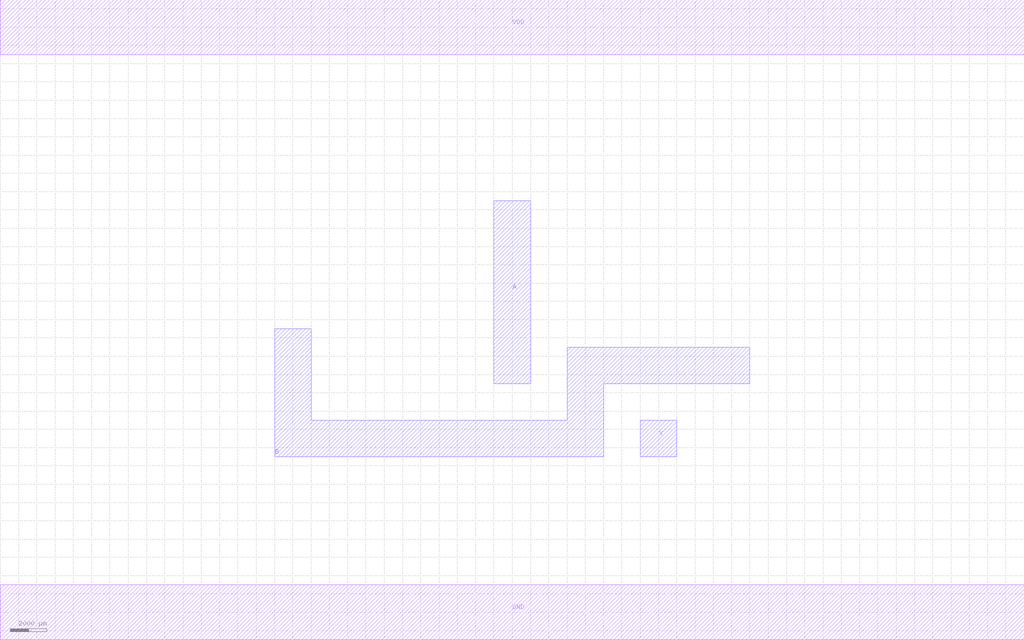
<source format=lef>
MACRO XNOR2X1
 CLASS CORE ;
 ORIGIN 0 0 ;
 FOREIGN XNOR2X1 0 0 ;
 SITE CORE ;
 SYMMETRY X Y R90 ;
  PIN VDD
   DIRECTION INOUT ;
   USE SIGNAL ;
   SHAPE ABUTMENT ;
    PORT
     CLASS CORE ;
       LAYER metal1 ;
        RECT 0.00000000 30500.00000000 56000.00000000 33500.00000000 ;
    END
  END VDD

  PIN GND
   DIRECTION INOUT ;
   USE SIGNAL ;
   SHAPE ABUTMENT ;
    PORT
     CLASS CORE ;
       LAYER metal1 ;
        RECT 0.00000000 -1500.00000000 56000.00000000 1500.00000000 ;
    END
  END GND

  PIN A
   DIRECTION INOUT ;
   USE SIGNAL ;
   SHAPE ABUTMENT ;
    PORT
     CLASS CORE ;
       LAYER metal2 ;
        RECT 27000.00000000 12500.00000000 29000.00000000 22500.00000000 ;
    END
  END A

  PIN B
   DIRECTION INOUT ;
   USE SIGNAL ;
   SHAPE ABUTMENT ;
    PORT
     CLASS CORE ;
       LAYER metal2 ;
        POLYGON 15000.00000000 8500.00000000 15000.00000000 15500.00000000 17000.00000000 15500.00000000 17000.00000000 10500.00000000 31000.00000000 10500.00000000 31000.00000000 14500.00000000 41000.00000000 14500.00000000 41000.00000000 12500.00000000 33000.00000000 12500.00000000 33000.00000000 8500.00000000 ;
    END
  END B

  PIN Y
   DIRECTION INOUT ;
   USE SIGNAL ;
   SHAPE ABUTMENT ;
    PORT
     CLASS CORE ;
       LAYER metal2 ;
        RECT 35000.00000000 8500.00000000 37000.00000000 10500.00000000 ;
    END
  END Y


END XNOR2X1

</source>
